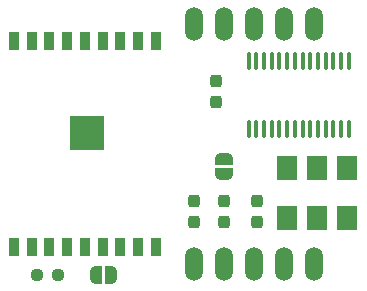
<source format=gts>
G04 #@! TF.GenerationSoftware,KiCad,Pcbnew,8.0.3*
G04 #@! TF.CreationDate,2024-06-16T13:56:31+02:00*
G04 #@! TF.ProjectId,UPET-Wifi,55504554-2d57-4696-9669-2e6b69636164,rev?*
G04 #@! TF.SameCoordinates,Original*
G04 #@! TF.FileFunction,Soldermask,Top*
G04 #@! TF.FilePolarity,Negative*
%FSLAX46Y46*%
G04 Gerber Fmt 4.6, Leading zero omitted, Abs format (unit mm)*
G04 Created by KiCad (PCBNEW 8.0.3) date 2024-06-16 13:56:31*
%MOMM*%
%LPD*%
G01*
G04 APERTURE LIST*
G04 Aperture macros list*
%AMRoundRect*
0 Rectangle with rounded corners*
0 $1 Rounding radius*
0 $2 $3 $4 $5 $6 $7 $8 $9 X,Y pos of 4 corners*
0 Add a 4 corners polygon primitive as box body*
4,1,4,$2,$3,$4,$5,$6,$7,$8,$9,$2,$3,0*
0 Add four circle primitives for the rounded corners*
1,1,$1+$1,$2,$3*
1,1,$1+$1,$4,$5*
1,1,$1+$1,$6,$7*
1,1,$1+$1,$8,$9*
0 Add four rect primitives between the rounded corners*
20,1,$1+$1,$2,$3,$4,$5,0*
20,1,$1+$1,$4,$5,$6,$7,0*
20,1,$1+$1,$6,$7,$8,$9,0*
20,1,$1+$1,$8,$9,$2,$3,0*%
%AMFreePoly0*
4,1,19,0.500000,-0.750000,0.000000,-0.750000,0.000000,-0.744911,-0.071157,-0.744911,-0.207708,-0.704816,-0.327430,-0.627875,-0.420627,-0.520320,-0.479746,-0.390866,-0.500000,-0.250000,-0.500000,0.250000,-0.479746,0.390866,-0.420627,0.520320,-0.327430,0.627875,-0.207708,0.704816,-0.071157,0.744911,0.000000,0.744911,0.000000,0.750000,0.500000,0.750000,0.500000,-0.750000,0.500000,-0.750000,
$1*%
%AMFreePoly1*
4,1,19,0.000000,0.744911,0.071157,0.744911,0.207708,0.704816,0.327430,0.627875,0.420627,0.520320,0.479746,0.390866,0.500000,0.250000,0.500000,-0.250000,0.479746,-0.390866,0.420627,-0.520320,0.327430,-0.627875,0.207708,-0.704816,0.071157,-0.744911,0.000000,-0.744911,0.000000,-0.750000,-0.500000,-0.750000,-0.500000,0.750000,0.000000,0.750000,0.000000,0.744911,0.000000,0.744911,
$1*%
G04 Aperture macros list end*
%ADD10RoundRect,0.237500X0.237500X-0.300000X0.237500X0.300000X-0.237500X0.300000X-0.237500X-0.300000X0*%
%ADD11R,0.900000X1.500000*%
%ADD12C,0.600000*%
%ADD13R,2.900000X2.900000*%
%ADD14RoundRect,0.100000X0.100000X-0.637500X0.100000X0.637500X-0.100000X0.637500X-0.100000X-0.637500X0*%
%ADD15FreePoly0,180.000000*%
%ADD16FreePoly1,180.000000*%
%ADD17O,1.524000X2.844800*%
%ADD18RoundRect,0.237500X-0.250000X-0.237500X0.250000X-0.237500X0.250000X0.237500X-0.250000X0.237500X0*%
%ADD19R,1.800000X2.000000*%
%ADD20FreePoly0,90.000000*%
%ADD21FreePoly1,90.000000*%
G04 APERTURE END LIST*
D10*
X146367500Y-101827500D03*
X146367500Y-100102500D03*
D11*
X125762500Y-104000000D03*
X127262500Y-104000000D03*
X128762500Y-104000000D03*
X130262500Y-104000000D03*
X131762500Y-104000000D03*
X133262500Y-104000000D03*
X134762500Y-104000000D03*
X136262500Y-104000000D03*
X137762500Y-104000000D03*
X137762500Y-86500000D03*
X136262500Y-86500000D03*
X134762500Y-86500000D03*
X133262500Y-86500000D03*
X131762500Y-86500000D03*
X130262500Y-86500000D03*
X128762500Y-86500000D03*
X127262500Y-86500000D03*
X125762500Y-86500000D03*
D12*
X131412500Y-95390000D03*
X132512500Y-95390000D03*
X130862500Y-94840000D03*
X131962500Y-94840000D03*
X133062500Y-94840000D03*
X131412500Y-94290000D03*
D13*
X131962500Y-94290000D03*
D12*
X132512500Y-94290000D03*
X130862500Y-93740000D03*
X131962500Y-93740000D03*
X133062500Y-93740000D03*
X131412500Y-93190000D03*
X132512500Y-93190000D03*
D14*
X145635000Y-93985000D03*
X146285000Y-93985000D03*
X146935000Y-93985000D03*
X147585000Y-93985000D03*
X148235000Y-93985000D03*
X148885000Y-93985000D03*
X149535000Y-93985000D03*
X150185000Y-93985000D03*
X150835000Y-93985000D03*
X151485000Y-93985000D03*
X152135000Y-93985000D03*
X152785000Y-93985000D03*
X153435000Y-93985000D03*
X154085000Y-93985000D03*
X154085000Y-88260000D03*
X153435000Y-88260000D03*
X152785000Y-88260000D03*
X152135000Y-88260000D03*
X151485000Y-88260000D03*
X150835000Y-88260000D03*
X150185000Y-88260000D03*
X149535000Y-88260000D03*
X148885000Y-88260000D03*
X148235000Y-88260000D03*
X147585000Y-88260000D03*
X146935000Y-88260000D03*
X146285000Y-88260000D03*
X145635000Y-88260000D03*
D15*
X134000000Y-106362500D03*
D16*
X132700000Y-106362500D03*
D17*
X151130000Y-85090000D03*
X148590000Y-85090000D03*
X146050000Y-85090000D03*
X143510000Y-85090000D03*
X140970000Y-85090000D03*
X140970000Y-105410000D03*
X143510000Y-105410000D03*
X146050000Y-105410000D03*
X148590000Y-105410000D03*
X151130000Y-105410000D03*
D18*
X127675000Y-106362500D03*
X129500000Y-106362500D03*
D10*
X142875000Y-91667500D03*
X142875000Y-89942500D03*
X143510000Y-101827500D03*
X143510000Y-100102500D03*
X140970000Y-101827500D03*
X140970000Y-100102500D03*
D19*
X148907500Y-101477500D03*
X151447500Y-101477500D03*
X153987500Y-101477500D03*
X153987500Y-97277500D03*
X151447500Y-97277500D03*
X148907500Y-97277500D03*
D20*
X143510000Y-97805000D03*
D21*
X143510000Y-96505000D03*
M02*

</source>
